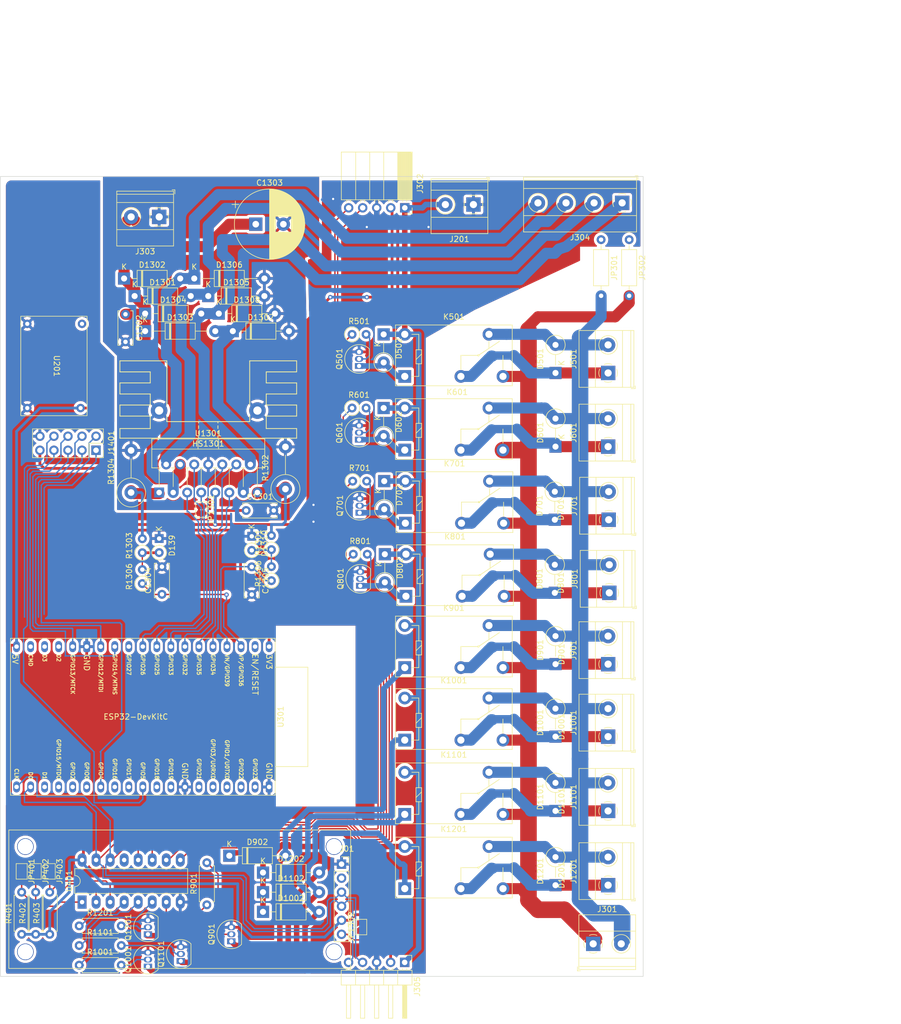
<source format=kicad_pcb>
(kicad_pcb (version 20211014) (generator pcbnew)

  (general
    (thickness 1.6)
  )

  (paper "A3" portrait)
  (layers
    (0 "F.Cu" signal)
    (31 "B.Cu" signal)
    (32 "B.Adhes" user "B.Adhesive")
    (33 "F.Adhes" user "F.Adhesive")
    (34 "B.Paste" user)
    (35 "F.Paste" user)
    (36 "B.SilkS" user "B.Silkscreen")
    (37 "F.SilkS" user "F.Silkscreen")
    (38 "B.Mask" user)
    (39 "F.Mask" user)
    (40 "Dwgs.User" user "User.Drawings")
    (41 "Cmts.User" user "User.Comments")
    (42 "Eco1.User" user "User.Eco1")
    (43 "Eco2.User" user "User.Eco2")
    (44 "Edge.Cuts" user)
    (45 "Margin" user)
    (46 "B.CrtYd" user "B.Courtyard")
    (47 "F.CrtYd" user "F.Courtyard")
    (48 "B.Fab" user)
    (49 "F.Fab" user)
    (50 "User.1" user "Nutzer.1")
    (51 "User.2" user "Nutzer.2")
    (52 "User.3" user "Nutzer.3")
    (53 "User.4" user "Nutzer.4")
    (54 "User.5" user "Nutzer.5")
    (55 "User.6" user "Nutzer.6")
    (56 "User.7" user "Nutzer.7")
    (57 "User.8" user "Nutzer.8")
    (58 "User.9" user "Nutzer.9")
  )

  (setup
    (stackup
      (layer "F.SilkS" (type "Top Silk Screen"))
      (layer "F.Paste" (type "Top Solder Paste"))
      (layer "F.Mask" (type "Top Solder Mask") (thickness 0.01))
      (layer "F.Cu" (type "copper") (thickness 0.035))
      (layer "dielectric 1" (type "core") (thickness 1.51) (material "FR4") (epsilon_r 4.5) (loss_tangent 0.02))
      (layer "B.Cu" (type "copper") (thickness 0.035))
      (layer "B.Mask" (type "Bottom Solder Mask") (thickness 0.01))
      (layer "B.Paste" (type "Bottom Solder Paste"))
      (layer "B.SilkS" (type "Bottom Silk Screen"))
      (copper_finish "None")
      (dielectric_constraints no)
    )
    (pad_to_mask_clearance 0)
    (pcbplotparams
      (layerselection 0x003ffff_ffffffff)
      (disableapertmacros false)
      (usegerberextensions false)
      (usegerberattributes true)
      (usegerberadvancedattributes true)
      (creategerberjobfile true)
      (svguseinch false)
      (svgprecision 6)
      (excludeedgelayer true)
      (plotframeref true)
      (viasonmask false)
      (mode 1)
      (useauxorigin false)
      (hpglpennumber 1)
      (hpglpenspeed 20)
      (hpglpendiameter 15.000000)
      (dxfpolygonmode true)
      (dxfimperialunits true)
      (dxfusepcbnewfont true)
      (psnegative false)
      (psa4output false)
      (plotreference true)
      (plotvalue true)
      (plotinvisibletext false)
      (sketchpadsonfab false)
      (subtractmaskfromsilk false)
      (outputformat 4)
      (mirror false)
      (drillshape 2)
      (scaleselection 1)
      (outputdirectory "Ausgaben/")
    )
  )

  (net 0 "")
  (net 1 "+12V")
  (net 2 "/Digital/Relais Ansteuerung/A")
  (net 3 "/Digital/Relais Ansteuerung/B")
  (net 4 "Net-(Q501-Pad2)")
  (net 5 "GND")
  (net 6 "Net-(Q601-Pad2)")
  (net 7 "Net-(Q701-Pad2)")
  (net 8 "Net-(Q801-Pad2)")
  (net 9 "Net-(Q901-Pad2)")
  (net 10 "Net-(Q1001-Pad2)")
  (net 11 "Net-(Q1101-Pad2)")
  (net 12 "Net-(Q1201-Pad2)")
  (net 13 "unconnected-(U401-Pad13)")
  (net 14 "/Digital/Relais Ansteuerung/Relais0/On")
  (net 15 "/Digital/Relais Ansteuerung/Relais1/On")
  (net 16 "/Digital/Relais Ansteuerung/Relais2/On")
  (net 17 "/Digital/Relais Ansteuerung/Relais3/On")
  (net 18 "/Digital/Relais Ansteuerung/Relais4/On")
  (net 19 "/Digital/Relais Ansteuerung/Relais5/On")
  (net 20 "/Digital/Relais Ansteuerung/Relais6/On")
  (net 21 "/Digital/Relais Ansteuerung/Relais7/On")
  (net 22 "/Digital/Lan/SCK")
  (net 23 "+3V3")
  (net 24 "unconnected-(U301-Pad2)")
  (net 25 "unconnected-(U301-Pad11)")
  (net 26 "/Digital/Lan/So")
  (net 27 "/Digital/Lan/Si")
  (net 28 "/Digital/PCA9635 Servo/OE")
  (net 29 "unconnected-(U301-Pad16)")
  (net 30 "unconnected-(U301-Pad17)")
  (net 31 "unconnected-(U301-Pad18)")
  (net 32 "/Digital/SCL")
  (net 33 "Net-(J1301-Pad6)")
  (net 34 "unconnected-(U301-Pad22)")
  (net 35 "unconnected-(U301-Pad23)")
  (net 36 "unconnected-(U301-Pad24)")
  (net 37 "unconnected-(U301-Pad25)")
  (net 38 "/Digital/Lan/Cs")
  (net 39 "unconnected-(U301-Pad27)")
  (net 40 "unconnected-(U301-Pad28)")
  (net 41 "/Digital/Lan/CLK")
  (net 42 "unconnected-(U301-Pad30)")
  (net 43 "unconnected-(U301-Pad31)")
  (net 44 "unconnected-(U301-Pad33)")
  (net 45 "unconnected-(U301-Pad34)")
  (net 46 "unconnected-(U301-Pad35)")
  (net 47 "unconnected-(U301-Pad36)")
  (net 48 "unconnected-(U301-Pad37)")
  (net 49 "/Digital/Lan/Wol")
  (net 50 "/Digital/Relais Ansteuerung/Relais0/AB")
  (net 51 "/Digital/Relais Ansteuerung/Relais1/AB")
  (net 52 "/Digital/Relais Ansteuerung/Relais2/AB")
  (net 53 "/Digital/Relais Ansteuerung/Relais3/AB")
  (net 54 "/Digital/Relais Ansteuerung/Relais4/AB")
  (net 55 "/Digital/Relais Ansteuerung/Relais5/AB")
  (net 56 "/Digital/Relais Ansteuerung/Relais6/AB")
  (net 57 "/Digital/Relais Ansteuerung/Relais7/AB")
  (net 58 "/Digital/Relais Ansteuerung/Relais0/mitte")
  (net 59 "/Digital/Relais Ansteuerung/Relais1/mitte")
  (net 60 "/Digital/Relais Ansteuerung/Relais2/mitte")
  (net 61 "/Digital/Relais Ansteuerung/Relais3/mitte")
  (net 62 "/Digital/Relais Ansteuerung/Relais4/mitte")
  (net 63 "/Digital/Relais Ansteuerung/Relais5/mitte")
  (net 64 "/Digital/Relais Ansteuerung/Relais6/mitte")
  (net 65 "/Digital/Relais Ansteuerung/Relais7/mitte")
  (net 66 "/Digital/Motortreiber/M2B")
  (net 67 "/Digital/Motortreiber/M2A")
  (net 68 "/Digital/Motortreiber/M1B")
  (net 69 "/Digital/Motortreiber/M1A")
  (net 70 "/Digital/Motortreiber/1m")
  (net 71 "+5V")
  (net 72 "/Digital/Motortreiber/2m")
  (net 73 "/Digital/Motortreiber/GNDPWR")
  (net 74 "/Digital/Motortreiber/VS")
  (net 75 "Net-(JP401-Pad2)")
  (net 76 "Net-(JP402-Pad2)")
  (net 77 "Net-(JP403-Pad2)")
  (net 78 "/Digital/Lan/Reset")
  (net 79 "/Digital/SDA")
  (net 80 "/Digital/Lan/Int")
  (net 81 "Net-(D1310-Pad2)")
  (net 82 "/Digital/1Mess")
  (net 83 "/Digital/2Mess")
  (net 84 "/Digital/1A")
  (net 85 "/Digital/1En")
  (net 86 "/Digital/1B")
  (net 87 "/Digital/2A")
  (net 88 "/Digital/2En")
  (net 89 "/Digital/2B")
  (net 90 "Net-(D139-Pad2)")

  (footprint "Package_TO_SOT_THT:TO-92_Inline" (layer "F.Cu") (at 104.648 341.122 90))

  (footprint "Diode_THT:D_DO-41_SOD81_P5.08mm_Vertical_KathodeUp" (layer "F.Cu") (at 178.308 260.243591 90))

  (footprint "Diode_THT:D_DO-41_SOD81_P5.08mm_Vertical_KathodeUp" (layer "F.Cu") (at 147.32 226.695 -90))

  (footprint "Diode_THT:D_DO-41_SOD81_P10.16mm_Horizontal" (layer "F.Cu") (at 125.476 327.66))

  (footprint "Diode_THT:D_DO-41_SOD81_P5.08mm_Vertical_KathodeUp" (layer "F.Cu") (at 178.43 312.948591 90))

  (footprint "Resistor_THT:R_Axial_DIN0207_L6.3mm_D2.5mm_P10.16mm_Horizontal" (layer "F.Cu") (at 186.69 209.55 -90))

  (footprint "Relay_THT:Relay_SPDT_Omron-G5Q-1" (layer "F.Cu") (at 151.251408 260.868591))

  (footprint "Resistor_THT:R_Axial_DIN0207_L6.3mm_D2.5mm_P7.62mm_Horizontal" (layer "F.Cu") (at 92.202 340.868))

  (footprint "Package_TO_SOT_THT:TO-92_Inline" (layer "F.Cu") (at 119.74 336.55 90))

  (footprint "Resistor_THT:R_Axial_DIN0207_L6.3mm_D2.5mm_P2.54mm_Vertical" (layer "F.Cu") (at 141.711408 253.258591))

  (footprint "eigene Modelle:Adafruit PCA9685" (layer "F.Cu") (at 139.7 322.58))

  (footprint "Package_TO_SOT_THT:TO-92_Inline" (layer "F.Cu") (at 143.087817 272.202183 90))

  (footprint "Resistor_THT:R_Axial_DIN0207_L6.3mm_D2.5mm_P2.54mm_Vertical" (layer "F.Cu") (at 141.817817 266.487183))

  (footprint "Capacitor_THT:C_Disc_D6.0mm_W2.5mm_P5.00mm" (layer "F.Cu") (at 122.428 258.572))

  (footprint "Resistor_THT:R_Axial_DIN0516_L15.5mm_D5.0mm_P7.62mm_Vertical" (layer "F.Cu") (at 101.6 255.317925 90))

  (footprint "Diode_THT:D_DO-41_SOD81_P12.70mm_Horizontal" (layer "F.Cu") (at 113.03 216.582925))

  (footprint "Resistor_THT:R_Axial_DIN0207_L6.3mm_D2.5mm_P7.62mm_Horizontal" (layer "F.Cu") (at 81.788 335.28 90))

  (footprint "Jumper:SolderJumper-2_P1.3mm_Open_TrianglePad1.0x1.5mm" (layer "F.Cu") (at 86.868 323.887 -90))

  (footprint "Diode_THT:D_DO-41_SOD81_P10.16mm_Horizontal" (layer "F.Cu") (at 120.015 226.107925))

  (footprint "Diode_THT:D_DO-41_SOD81_P12.70mm_Horizontal" (layer "F.Cu") (at 104.14 226.107925))

  (footprint "Relay_THT:Relay_SPDT_Omron-G5Q-1" (layer "F.Cu") (at 151.357817 274.097183))

  (footprint "Diode_THT:D_DO-35_SOD27_P2.54mm_Vertical_KathodeUp" (layer "F.Cu") (at 106.68 263.652 -90))

  (footprint "Diode_THT:D_DO-41_SOD81_P10.16mm_Horizontal" (layer "F.Cu") (at 115.57 219.757925))

  (footprint "Resistor_THT:R_Axial_DIN0516_L15.5mm_D5.0mm_P7.62mm_Vertical" (layer "F.Cu") (at 129.54 254.682925 90))

  (footprint "TerminalBlock_Phoenix:TerminalBlock_Phoenix_MKDS-1,5-2-5.08_1x02_P5.08mm_Horizontal" (layer "F.Cu") (at 106.685 205.435 180))

  (footprint "Diode_THT:D_DO-41_SOD81_P5.08mm_Vertical_KathodeUp" (layer "F.Cu") (at 178.435 233.68 90))

  (footprint "Jumper:SolderJumper-2_P1.3mm_Open_TrianglePad1.0x1.5mm" (layer "F.Cu") (at 84.328 323.887 -90))

  (footprint "TerminalBlock_Phoenix:TerminalBlock_Phoenix_MKDS-1,5-2-5.08_1x02_P5.08mm_Horizontal" (layer "F.Cu") (at 187.96 286.385 90))

  (footprint "Resistor_THT:R_Axial_DIN0207_L6.3mm_D2.5mm_P2.54mm_Vertical" (layer "F.Cu") (at 127 271.272 90))

  (footprint "TerminalBlock_Phoenix:TerminalBlock_Phoenix_MKDS-1,5-2-5.08_1x02_P5.08mm_Horizontal" (layer "F.Cu") (at 187.96 326.39 90))

  (footprint "Package_TO_SOT_THT:TO-92_Inline" (layer "F.Cu") (at 104.648 335.28 90))

  (footprint "Diode_THT:D_DO-41_SOD81_P5.08mm_Vertical_KathodeUp" (layer "F.Cu") (at 178.435 326.39 90))

  (footprint "TerminalBlock_Phoenix:TerminalBlock_Phoenix_MKDS-1,5-2-5.08_1x02_P5.08mm_Horizontal" (layer "F.Cu") (at 187.955 299.507183 90))

  (footprint "Resistor_THT:R_Axial_DIN0207_L6.3mm_D2.5mm_P2.54mm_Vertical" (layer "F.Cu") (at 141.605 226.695))

  (footprint "Capacitor_THT:C_Disc_D6.0mm_W2.5mm_P5.00mm" (layer "F.Cu") (at 100.584 223.052 -90))

  (footprint "Jumper:SolderJumper-2_P1.3mm_Bridged2Bar_Pad1.0x1.5mm" (layer "F.Cu") (at 114.3 258.43 -90))

  (footprint "Diode_THT:D_DO-41_SOD81_P5.08mm_Vertical_KathodeUp" (layer "F.Cu") (at 178.308 273.472183 90))

  (footprint "Relay_THT:Relay_SPDT_Omron-G5Q-1" (layer "F.Cu") (at 151.14 300.132183))

  (footprint "TerminalBlock_Phoenix:TerminalBlock_Phoenix_MKDS-1,5-2-5.08_1x02_P5.08mm_Horizontal" (layer "F.Cu") (at 187.955 312.948591 90))

  (footprint "Diode_THT:D_DO-41_SOD81_P5.08mm_Vertical_KathodeUp" (layer "F.Cu") (at 178.435 247.015 90))

  (footprint "TerminalBlock_Phoenix:TerminalBlock_Phoenix_MKDS-1,5-2-5.08_1x02_P5.08mm_Horizontal" (layer "F.Cu") (at 185.255 337.005))

  (footprint "Jumper:SolderJumper-2_P1.3mm_Open_TrianglePad1.0x1.5mm" (layer "F.Cu") (at 143.256 333.973 90))

  (footprint "TerminalBlock_Phoenix:TerminalBlock_Phoenix_MKDS-1,5-2-5.08_1x02_P5.08mm_Horizontal" (layer "F.Cu") (at 187.96 247.015 90))

  (footprint "TerminalBlock_Phoenix:TerminalBlock_Phoenix_MKDS-1,5-2-5.08_1x02_P5.08mm_Horizontal" (layer "F.Cu") (at 187.96 233.68 90))

  (footprint "Relay_THT:Relay_SPDT_Omron-G5Q-1" (layer "F.Cu")
    (tedit 5AE38B61) (tstamp 80fca733-c168-40f8-aa3e-ef2af39e44ae)
    (at 151.145 287.01)
    (descr "Relay SPDT Omron Serie G5Q, http://omronfs.omron.com/en_US/ecb/products/pdf/en-g5q.pdf")
    (tags "Relay SPDT Omron Serie G5Q")
    (property "Sheetfile" "Relais.kicad_sch")
    (property "Sheetname" "Relais4")
    (path "/c7d0284b-26f3-46a0-a20a-63616420e27a/e5b83e64-c70c-4e3c-91cb-1e480aa92410/6e0b3374-cc40-48d8-8204-7a6599bd6a9c/072f3060-c1a0-42b8-ae47-a3aff17bbc44")
    (attr through_hole)
    (fp_text reference "K901" (at 8.89 -10.785 180) (layer "F.SilkS")
      (effects (font (size 1 1) (thickness 0.15)))
      (tstamp 68c20978-7335-4b7d-829a-9f946fa82c0a)
    )
    (fp_text value "G5Q-1" (at 6.335 -5.705 180) (layer "F.Fab")
      (effects (font (size 1 1) (thickness 0.15)))
      (tstamp 0e5f6f67-3b60-4df4-8b2c-4b53fae774ad)
    )
    (fp_text user "${REFERENCE}" (at 8.89 -3.81) (layer "F.Fab")
      (effects (font (size 1 1) (thickness 0.15)))
      (tstamp 43e472fb-f388-43ab-bfa8-872f640b99f1)
    )
    (fp_line (start 1.27 0) (end 2.54 0) (layer "F.SilkS") (width 0.12) (tstamp 001832cd-02e2-4ae1-8c5a-870988487586))
    (fp_line (start 2.03 -2.29) (end 2.03 -4.83) (layer "F.SilkS") (width 0.12) (tstamp 0520f108-880d-4bdc-8fc0-e01e0f32b54c))
    (fp_line (start 2.54 -4.83) (end 2.54 -7.62) (layer "F.SilkS") (width 0.12) (tstamp 254558bc-231b-47f0-9190-ed3f2c8c810d))
    (fp_line (start -1.68 -9.31) (end 19.46 -9.31) (layer "F.SilkS") (width 0.12) (tstamp 2dca4626-d6fa-4d2e-a419-ef601c28b470))
    (fp_line (start 10.16 -1.27) (end 10.16 -3.81) (layer "F.SilkS") (width 0.12) (tstamp 37d926a8-8045-4b9d-af26-7910250b9a51))
    (fp_line (start 17.78 -1.27) (end 17.78 -3.81) (layer "F.SilkS") (width 0.12) (tstamp 3d78aabf-5ac1-486d-9eed-c3085e020118))
    (fp_line (start 10.16 -3.81) (end 13.335 -3.81) (layer "F.SilkS") (width 0.12) (tstamp 48717641-757a-479f-899a-cdeb8a4c3a7e))
    (fp_line (start 3.05 -2.29) (end 2.54 -2.29) (layer "F.SilkS") (width 0.12) (tstamp 4bc2d6e3-81e4-4043-821a-9290c5ff7a5d))
    (fp_line (start 19.46 1.69) (end 19.46 -9.31) (layer "F.SilkS") (width 0.12) (tstamp 50b87bf0-3fe8-44af-9fb3-c801749a6cd1))
    (fp_line (start 2.54 -2.29) (end 2.03 -2.29) (layer "F.SilkS") (width 0.12) (tstamp 57c298fa-acc6-450b-9829-e70706292824))
    (fp_line (start 2.54 -4.83) (end 3.05 -4.83) (layer "F.SilkS") (width 0.12) (tstamp 683f0edb-9d08-416a-a32b-8a2f2182657b))
    (fp_line (start 2.54 -7.62) (end 1.27 -7.62) (layer "F.SilkS") (width 0.12) (tstamp 6c417f33-c81f-4c85-a17f-989b766041a9))
    (fp_line (start 2.54 0) (end 2.54 -2.29) (layer "F.SilkS") (width 0.12) (tstamp adf50910-bf9b-4217-b291-95099e30e958))
    (fp_line (start 2.03 -4.83) (end 2.54 -4.83) (layer "F.SilkS") (width 0.12) (tstamp c537111b-b265-40a8-a696-906b8a2323f8))
    (fp_line (start 15.24 -6.35) (end 15.24 -5.08) (layer "F.SilkS") (width 0.12) (tstamp df72d8fe-3fb3-4d69-bb3c-2bcdb1582b6f))
    (fp_line (start -1.68 1.69) (end 19.46 1.69) (layer "F.SilkS") (width 0.12) (tstamp e5cac89a-5801-4af5-975d-4d0402cd61d7))
    (fp_line (start 13.335 -3.81) (end 17.145 -6.35) (layer "F.SilkS") (width 0.12) (tstamp e6c752da-006f-4822-8f97-5a4738894557))
    (fp_line (start -1.68 1.69) (end -1.68 -9.31) (layer "F.SilkS") (width 0.12) (tstamp ed1221ba-623f-4e94-98d1-3000666d3461))
    (fp_line (start 2.03 -3.05) (end 3.05 -4.06) (layer "F.SilkS") (width 0.12) (tstamp ede08938-0794-4dca-ac79-097ec7e89401))
    (fp_line (start 3.05 -4.83) (end 3.05 -2.29) (layer "F.SilkS") (width 0.12) (tstamp ee5ae26f-9927-41c4-8e47-46a944c12be7))
    (fp_circle (center 13.335 -3.81) (end 13.462 -3.81) (layer "F.SilkS") (width 0.12) (fill none) (tstamp 36e9c5f3-6098-4755-af9e-a37455ecd4b8))
    (fp_line (start 19.7 -9.55) (end 19.7 1.95) (layer "F.CrtYd") (width 0.05) (tstamp 24523058-867a-45b5-b258-73322eda57b7))
    (fp_line (start 19.7 1.95) (end -1.95 1.95) (layer "F.CrtYd") (width 0.05) (tstamp 864742c6-e578-4e58-ac11-beabb2f9919a))
    (fp_line (start -1.95 1.95) (end -1.95 -9.55) (layer "F.CrtYd") (width 0.05) (tstamp 8c5dde7a-04e9-4fa3-b8f4-5614470da5f4))
    (fp_line (start -1.95 -9.55) (end 19.7 -9.55) (layer "F.CrtYd") (width 0.05) (tstamp c340d5ea-f712-4425-a5e8-382fef06fb75))
    (fp_line (start -1.18 1.19) (end -1.18 -8.81) (layer "F.Fab") (width 0.1) (tstamp 0b5c5f9f-e2f8-48dc-8e26-011046b41b79))
    (fp_line (start 18.96 1.19) (end -1.18 1.19) (layer "F.Fab") (width 0.1) (tstamp 3dcebe0b-0359-460d-a048-cfe118752368))
    (fp_line (start 0 -1) (end 0 -6.5) (layer "F.Fab") (width 0.1) (tstamp 5b66684c-24e9-43b3-b020-e4d8ab6e8c39))
    (fp_line (start 18.96 -8.81) (end 18.96 1.19) (layer "F.Fab") (width 0.1) (tstamp 5f93295f-9feb-4d99-aef4-1aeacf35390c))
    (fp_line (start -1.18 -8.81) (end 18.96 -8.81) (layer "F.Fab") (width 0.1) (tstamp 7cc5bd1b-47e3-4193-b8a4-ff2a5e75f1c2))
    (pad "1" thru_hole rect (at 0 0 180) (size 2.3 2.3) (drill 1.3) (layers *.Cu *.Mask)
      (net 62 "/Digital/Relais Ansteuerung/Relais4/mitte") (pintype "passive") (tstamp 5341572f-8b89-4e6f-90bb-52a49ae8d993))
    (pad "2" thru_hole circle (at 10.16 0 180) (size 2.3 2.3) (drill 1.3) (layers *.Cu *.Mask)
      (net 54 "/Digital/Relais Ansteuerung/Relais4/AB") (pintype "passive") (tstamp b5d
... [1773725 chars truncated]
</source>
